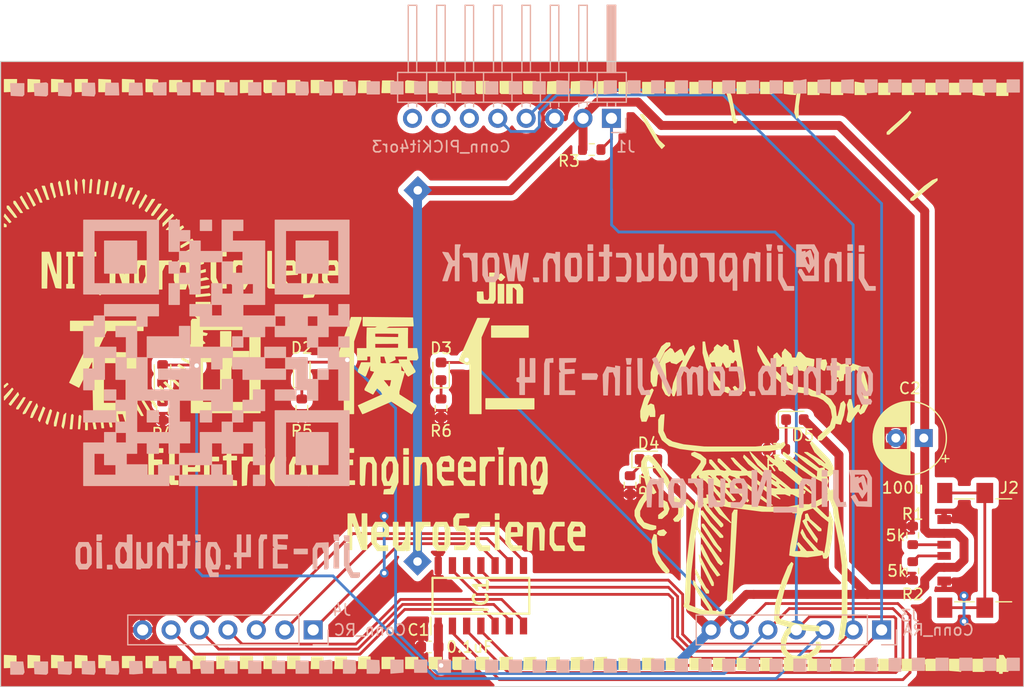
<source format=kicad_pcb>
(kicad_pcb (version 20221018) (generator pcbnew)
  (layers (0 "F.Cu" signal) (31 "B.Cu" signal) (34 "B.Paste" user) (35 "F.Paste" user) (36 "B.SilkS" user "B.Silkscreen") (37 "F.SilkS" user "F.Silkscreen") (38 "B.Mask" user) (39 "F.Mask" user) (44 "Edge.Cuts" user))
  (net 0 "")
  (net 1 "+5V")
  (net 2 "GND")
  (net 3 "/RA5")
  (net 4 "/RA4")
  (net 5 "/RA3")
  (net 6 "/RC5")
  (net 7 "/RC4")
  (net 8 "/RC3")
  (net 9 "/RC2")
  (net 10 "/RC1")
  (net 11 "/RC0")
  (net 12 "/RA2")
  (net 13 "/RA1")
  (net 14 "/RA0")
  (net 18 "Net-(J2-CC1)")
  (net 19 "Net-(J2-CC2)")
  (net 20 "unconnected-(J2-SHIELD-PadS1)")
  (net 21 "Net-(D1-K)")
  (net 22 "Net-(D2-K)")
  (net 23 "Net-(D3-K)")
  (net 24 "Net-(D4-K)")
  (net 25 "Net-(D5-K)")
  (footprint "LED_SMD:LED_0603_1608Metric" (layer "F.Cu") (at 140.97 103.886 90)
    (fp_text reference "D3" (at 2.0575 0 180) (layer "F.SilkS"))
    (fp_text value "BLUE")
    (pad "1" smd roundrect (at -0.7875 0 90) (size 0.875 0.95) (layers "F.Cu" "F.Paste" "F.Mask") (net 23 "Net-(D3-K)"))
    (pad "2" smd roundrect (at 0.7875 0 90) (size 0.875 0.95) (layers "F.Cu" "F.Paste" "F.Mask") (net 3 "/RA5"))
  )
  (footprint "LED_SMD:LED_0603_1608Metric" (layer "F.Cu") (at 116.078 104.1145 90)
    (fp_text reference "D1" (at 2.0575 0 180) (layer "F.SilkS"))
    (fp_text value "RED")
    (pad "1" smd roundrect (at -0.7875 0 90) (size 0.875 0.95) (layers "F.Cu" "F.Paste" "F.Mask") (net 21 "Net-(D1-K)"))
    (pad "2" smd roundrect (at 0.7875 0 90) (size 0.875 0.95) (layers "F.Cu" "F.Paste" "F.Mask") (net 12 "/RA2"))
  )
  (footprint "Package_SO:SOIC127P600X175-14N" (layer "F.Cu") (at 144.526 123.952 90)
    (fp_text reference "IC1" (at 0 0 90) (layer "F.SilkS") (effects (font (size 1.27 1.27) (thickness 0.254))))
    (fp_text value "PIC16F1823T-I_SL" hide)
    (pad "1" smd rect (at -2.7 -3.81 180) (size 0.65 1.5) (layers "F.Cu" "F.Paste" "F.Mask") (net 1 "+5V"))
    (pad "2" smd rect (at -2.7 -2.54 180) (size 0.65 1.5) (layers "F.Cu" "F.Paste" "F.Mask") (net 3 "/RA5"))
    (pad "3" smd rect (at -2.7 -1.27 180) (size 0.65 1.5) (layers "F.Cu" "F.Paste" "F.Mask") (net 4 "/RA4"))
    (pad "4" smd rect (at -2.7 0 180) (size 0.65 1.5) (layers "F.Cu" "F.Paste" "F.Mask") (net 5 "/RA3"))
    (pad "5" smd rect (at -2.7 1.27 180) (size 0.65 1.5) (layers "F.Cu" "F.Paste" "F.Mask") (net 6 "/RC5"))
    (pad "6" smd rect (at -2.7 2.54 180) (size 0.65 1.5) (layers "F.Cu" "F.Paste" "F.Mask") (net 7 "/RC4"))
    (pad "7" smd rect (at -2.7 3.81 180) (size 0.65 1.5) (layers "F.Cu" "F.Paste" "F.Mask") (net 8 "/RC3"))
    (pad "8" smd rect (at 2.7 3.81 180) (size 0.65 1.5) (layers "F.Cu" "F.Paste" "F.Mask") (net 9 "/RC2"))
    (pad "9" smd rect (at 2.7 2.54 180) (size 0.65 1.5) (layers "F.Cu" "F.Paste" "F.Mask") (net 10 "/RC1"))
    (pad "10" smd rect (at 2.7 1.27 180) (size 0.65 1.5) (layers "F.Cu" "F.Paste" "F.Mask") (net 11 "/RC0"))
    (pad "11" smd rect (at 2.7 0 180) (size 0.65 1.5) (layers "F.Cu" "F.Paste" "F.Mask") (net 12 "/RA2"))
    (pad "12" smd rect (at 2.7 -1.27 180) (size 0.65 1.5) (layers "F.Cu" "F.Paste" "F.Mask") (net 13 "/RA1"))
    (pad "13" smd rect (at 2.7 -2.54 180) (size 0.65 1.5) (layers "F.Cu" "F.Paste" "F.Mask") (net 14 "/RA0"))
    (pad "14" smd rect (at 2.7 -3.81 180) (size 0.65 1.5) (layers "F.Cu" "F.Paste" "F.Mask") (net 2 "GND"))
  )
  (footprint "Capacitor_THT:CP_Radial_D6.3mm_P2.50mm" (layer "F.Cu") (at 184.11 109.855 180)
    (fp_text reference "C2" (at 1.25 4.445) (layer "F.SilkS"))
    (fp_text value "100u" (at 1.865 -4.445) (layer "F.SilkS"))
    (pad "1" thru_hole rect (at 0 0 180) (size 1.6 1.6) (drill 0.8) (layers "*.Cu" "*.Mask") (net 1 "+5V"))
    (pad "2" thru_hole circle (at 2.5 0 180) (size 1.6 1.6) (drill 0.8) (layers "*.Cu" "*.Mask") (net 2 "GND"))
  )
  (footprint "Resistor_SMD:R_0603_1608Metric" (layer "F.Cu") (at 140.97 107.188 -90)
    (fp_text reference "R6" (at 2.032 0 -180) (layer "F.SilkS"))
    (fp_text value "1k")
    (pad "1" smd roundrect (at -0.825 0 270) (size 0.8 0.95) (layers "F.Cu" "F.Paste" "F.Mask") (net 23 "Net-(D3-K)"))
    (pad "2" smd roundrect (at 0.825 0 270) (size 0.8 0.95) (layers "F.Cu" "F.Paste" "F.Mask") (net 2 "GND"))
  )
  (footprint "LED_SMD:LED_0603_1608Metric" (layer "F.Cu") (at 159.512 111.76)
    (fp_text reference "D4" (at 0 -1.43) (layer "F.SilkS"))
    (fp_text value "GREEN")
    (pad "1" smd roundrect (at -0.7875 0) (size 0.875 0.95) (layers "F.Cu" "F.Paste" "F.Mask") (net 24 "Net-(D4-K)"))
    (pad "2" smd roundrect (at 0.7875 0) (size 0.875 0.95) (layers "F.Cu" "F.Paste" "F.Mask") (net 1 "+5V"))
  )
  (footprint "Resistor_SMD:R_0603_1608Metric" (layer "F.Cu") (at 157.861 114.046 -90)
    (fp_text reference "R7" (at 0 -1.43 90) (layer "F.SilkS"))
    (fp_text value "1k")
    (pad "1" smd roundrect (at -0.825 0 270) (size 0.8 0.95) (layers "F.Cu" "F.Paste" "F.Mask") (net 24 "Net-(D4-K)"))
    (pad "2" smd roundrect (at 0.825 0 270) (size 0.8 0.95) (layers "F.Cu" "F.Paste" "F.Mask") (net 2 "GND"))
  )
  (footprint "NameCard:Omote" (layer "F.Cu") (at 145.2 106)
    (fp_text reference "REF**" hide)
    (fp_text value "Omote" hide)
  )
  (footprint "Capacitor_SMD:C_0603_1608Metric" (layer "F.Cu") (at 139.954 128.524 180)
    (fp_text reference "C1" (at 1.016 1.524 180) (layer "F.SilkS"))
    (fp_text value "0.1uF" (at -3.556 0 180) (layer "F.SilkS"))
    (pad "1" smd roundrect (at -0.775 0 180) (size 0.9 0.95) (layers "F.Cu" "F.Paste" "F.Mask") (net 1 "+5V"))
    (pad "2" smd roundrect (at 0.775 0 180) (size 0.9 0.95) (layers "F.Cu" "F.Paste" "F.Mask") (net 2 "GND"))
  )
  (footprint "LED_SMD:LED_0603_1608Metric" (layer "F.Cu") (at 172.593 108.204)
    (fp_text reference "D5" (at 0.762 1.397) (layer "F.SilkS"))
    (fp_text value "RED")
    (pad "1" smd roundrect (at -0.7875 0) (size 0.875 0.95) (layers "F.Cu" "F.Paste" "F.Mask") (net 25 "Net-(D5-K)"))
    (pad "2" smd roundrect (at 0.7875 0) (size 0.875 0.95) (layers "F.Cu" "F.Paste" "F.Mask") (net 1 "+5V"))
  )
  (footprint "Resistor_SMD:R_0603_1608Metric" (layer "F.Cu") (at 183.1185 118.555 90)
    (fp_text reference "R1" (at 1.905 0) (layer "F.SilkS"))
    (fp_text value "5k" (at 0 -1.524) (layer "F.SilkS"))
    (pad "1" smd roundrect (at -0.825 0 90) (size 0.8 0.95) (layers "F.Cu" "F.Paste" "F.Mask") (net 19 "Net-(J2-CC2)"))
    (pad "2" smd roundrect (at 0.825 0 90) (size 0.8 0.95) (layers "F.Cu" "F.Paste" "F.Mask") (net 2 "GND"))
  )
  (footprint "Resistor_SMD:R_0603_1608Metric" (layer "F.Cu") (at 154.432 84.074)
    (fp_text reference "R3" (at -2.032 1.016) (layer "F.SilkS"))
    (fp_text value "5k")
    (pad "1" smd roundrect (at -0.825 0) (size 0.8 0.95) (layers "F.Cu" "F.Paste" "F.Mask") (net 1 "+5V"))
    (pad "2" smd roundrect (at 0.825 0) (size 0.8 0.95) (layers "F.Cu" "F.Paste" "F.Mask") (net 5 "/RA3"))
  )
  (footprint "Resistor_SMD:R_0603_1608Metric" (layer "F.Cu") (at 170.942 110.871 180)
    (fp_text reference "R8" (at 0 -1.43) (layer "F.SilkS"))
    (fp_text value "1k")
    (pad "1" smd roundrect (at -0.825 0 180) (size 0.8 0.95) (layers "F.Cu" "F.Paste" "F.Mask") (net 25 "Net-(D5-K)"))
    (pad "2" smd roundrect (at 0.825 0 180) (size 0.8 0.95) (layers "F.Cu" "F.Paste" "F.Mask") (net 2 "GND"))
  )
  (footprint "LED_SMD:LED_0603_1608Metric" (layer "F.Cu") (at 128.524 103.8605 90)
    (fp_text reference "D2" (at 2.0575 0 180) (layer "F.SilkS"))
    (fp_text value "GREEN")
    (pad "1" smd roundrect (at -0.7875 0 90) (size 0.875 0.95) (layers "F.Cu" "F.Paste" "F.Mask") (net 22 "Net-(D2-K)"))
    (pad "2" smd roundrect (at 0.7875 0 90) (size 0.875 0.95) (layers "F.Cu" "F.Paste" "F.Mask") (net 4 "/RA4"))
  )
  (footprint "Connector_USB:USB_C_Receptacle_GCT_USB4135-GF-A_6P_TopMnt_Horizontal" (layer "F.Cu") (at 188.9605 119.888 90)
    (fp_text reference "J2" (at 5.588 2.794 unlocked) (layer "F.SilkS"))
    (fp_text value "USB_C_Receptacle_PowerOnly_6P" hide)
    (pad "A5" smd rect (at -0.5 -3.0325 90) (size 0.7 1.2) (layers "F.Cu" "F.Paste" "F.Mask") (net 18 "Net-(J2-CC1)"))
    (pad "A9" smd rect (at 1.52 -3.0325 270) (size 0.76 1.2) (layers "F.Cu" "F.Paste" "F.Mask") (net 1 "+5V"))
    (pad "A12" smd rect (at 2.75 -3.0325 270) (size 0.8 1.2) (layers "F.Cu" "F.Paste" "F.Mask") (net 2 "GND"))
    (pad "B5" smd rect (at 0.5 -3.0325 270) (size 0.7 1.2) (layers "F.Cu" "F.Paste" "F.Mask") (net 19 "Net-(J2-CC2)"))
    (pad "B9" smd rect (at -1.52 -3.0325 90) (size 0.76 1.2) (layers "F.Cu" "F.Paste" "F.Mask") (net 1 "+5V"))
    (pad "B12" smd rect (at -2.75 -3.0325 90) (size 0.8 1.2) (layers "F.Cu" "F.Paste" "F.Mask") (net 2 "GND"))
    (pad "S1" smd rect (at -5.125 -2.9775 90) (size 1.8 1.35) (layers "F.Cu" "F.Paste" "F.Mask") (net 20 "unconnected-(J2-SHIELD-PadS1)"))
    (pad "S1" smd rect (at -5.125 0.6025 90) (size 1.8 1.5) (layers "F.Cu" "F.Paste" "F.Mask") (net 20 "unconnected-(J2-SHIELD-PadS1)"))
    (pad "S1" smd rect (at 5.125 -2.9775 90) (size 1.8 1.35) (layers "F.Cu" "F.Paste" "F.Mask") (net 20 "unconnected-(J2-SHIELD-PadS1)"))
    (pad "S1" smd rect (at 5.125 0.6025 90) (size 1.8 1.5) (layers "F.Cu" "F.Paste" "F.Mask") (net 20 "unconnected-(J2-SHIELD-PadS1)"))
  )
  (footprint "Resistor_SMD:R_0603_1608Metric" (layer "F.Cu") (at 116.078 107.442 -90)
    (fp_text reference "R4" (at 2.032 0 -180) (layer "F.SilkS"))
    (fp_text value "1k")
    (pad "1" smd roundrect (at -0.825 0 270) (size 0.8 0.95) (layers "F.Cu" "F.Paste" "F.Mask") (net 21 "Net-(D1-K)"))
    (pad "2" smd roundrect (at 0.825 0 270) (size 0.8 0.95) (layers "F.Cu" "F.Paste" "F.Mask") (net 2 "GND"))
  )
  (footprint "Resistor_SMD:R_0603_1608Metric" (layer "F.Cu") (at 183.1185 121.729 -90)
    (fp_text reference "R2" (at 2.095 0 -360) (layer "F.SilkS"))
    (fp_text value "5k" (at 0 1.397 -360) (layer "F.SilkS"))
    (pad "1" smd roundrect (at -0.825 0 270) (size 0.8 0.95) (layers "F.Cu" "F.Paste" "F.Mask") (net 18 "Net-(J2-CC1)"))
    (pad "2" smd roundrect (at 0.825 0 270) (size 0.8 0.95) (layers "F.Cu" "F.Paste" "F.Mask") (net 2 "GND"))
  )
  (footprint "Resistor_SMD:R_0603_1608Metric" (layer "F.Cu") (at 128.524 107.188 -90)
    (fp_text reference "R5" (at 2.032 0 -180) (layer "F.SilkS"))
    (fp_text value "1k")
    (pad "1" smd roundrect (at -0.825 0 270) (size 0.8 0.95) (layers "F.Cu" "F.Paste" "F.Mask") (net 22 "Net-(D2-K)"))
    (pad "2" smd roundrect (at 0.825 0 270) (size 0.8 0.95) (layers "F.Cu" "F.Paste" "F.Mask") (net 2 "GND"))
  )
  (footprint "Connector_PinHeader_2.54mm:PinHeader_1x08_P2.54mm_Horizontal" (layer "B.Cu") (at 156.195 81.28 90)
    (fp_text reference "J1" (at -2.54 1.285) (layer "B.SilkS") (effects (justify mirror)))
    (fp_text value "Conn_PICKit4or3" (at -2.54 -15.225) (layer "B.SilkS") (effects (justify mirror)))
    (pad "1" thru_hole rect (at 0 0 90) (size 1.7 1.7) (drill 1) (layers "*.Cu" "*.Mask") (net 5 "/RA3"))
    (pad "2" thru_hole oval (at 0 -2.54 90) (size 1.7 1.7) (drill 1) (layers "*.Cu" "*.Mask") (net 1 "+5V"))
    (pad "3" thru_hole oval (at 0 -5.08 90) (size 1.7 1.7) (drill 1) (layers "*.Cu" "*.Mask") (net 2 "GND"))
    (pad "4" thru_hole oval (at 0 -7.62 90) (size 1.7 1.7) (drill 1) (layers "*.Cu" "*.Mask") (net 14 "/RA0"))
    (pad "5" thru_hole oval (at 0 -10.16 90) (size 1.7 1.7) (drill 1) (layers "*.Cu" "*.Mask") (net 13 "/RA1"))
    (pad "6" thru_hole oval (at 0 -12.7 90) (size 1.7 1.7) (drill 1) (layers "*.Cu" "*.Mask"))
    (pad "7" thru_hole oval (at 0 -15.24 90) (size 1.7 1.7) (drill 1) (layers "*.Cu" "*.Mask"))
    (pad "8" thru_hole oval (at 0 -17.78 90) (size 1.7 1.7) (drill 1) (layers "*.Cu" "*.Mask"))
  )
  (footprint "NameCard:Ura" (layer "B.Cu") (at 138.213002 104.339107 180)
    (fp_text reference "REF**" hide)
    (fp_text value "URA" hide)
    (pad "1" thru_hole roundrect (at -0.675 16.625 180) (size 2.54 2.54) (drill 0.762) (layers "*.Cu" "*.Mask" "B.Paste") (roundrect_rratio 0) (chamfer_ratio 0.5) (chamfer top_left top_right bottom_left bottom_right) (net 1 "+5V"))
    (pad "1" thru_hole roundrect (at -0.65 -16.55 180) (size 2.54 2.54) (drill 0.762) (layers "*.Cu" "*.Mask" "B.Paste") (roundrect_rratio 0) (chamfer_ratio 0.5) (chamfer top_left top_right bottom_left bottom_right) (net 1 "+5V"))
  )
  (footprint "Connector_PinHeader_2.54mm:PinHeader_1x07_P2.54mm_Vertical" (layer "B.Cu") (at 180.34 127 90)
    (fp_text reference "J3" (at 1.27 2.54) (layer "B.SilkS") (effects (justify mirror)))
    (fp_text value "Conn_RA" (at 0 5.08) (layer "B.SilkS") (effects (justify mirror)))
    (pad "1" thru_hole rect (at 0 0 90) (size 1.7 1.7) (drill 1) (layers "*.Cu" "*.Mask") (net 14 "/RA0"))
    (pad "2" thru_hole oval (at 0 -2.54 90) (size 1.7 1.7) (drill 1) (layers "*.Cu" "*.Mask") (net 13 "/RA1"))
    (pad "3" thru_hole oval (at 0 -5.08 90) (size 1.7 1.7) (drill 1) (layers "*.Cu" "*.Mask") (net 12 "/RA2"))
    (pad "4" thru_hole oval (at 0 -7.62 90) (size 1.7 1.7) (drill 1) (layers "*.Cu" "*.Mask") (net 5 "/RA3"))
    (pad "5" thru_hole oval (at 0 -10.16 90) (size 1.7 1.7) (drill 1) (layers "*.Cu" "*.Mask") (net 4 "/RA4"))
    (pad "6" thru_hole oval (at 0 -12.7 90) (size 1.7 1.7) (drill 1) (layers "*.Cu" "*.Mask") (net 3 "/RA5"))
    (pad "7" thru_hole oval (at 0 -15.24 90) (size 1.7 1.7) (drill 1) (layers "*.Cu" "*.Mask") (net 1 "+5V"))
  )
  (footprint "Connector_PinHeader_2.54mm:PinHeader_1x07_P2.54mm_Vertical" (layer "B.Cu") (at 129.54 127 90)
    (fp_text reference "J4" (at 1.778 2.54) (layer "B.SilkS") (effects (justify mirror)))
    (fp_text value "Conn_RC" (at 0 5.08) (layer "B.SilkS") (effects (justify mirror)))
    (pad "1" thru_hole rect (at 0 0 90) (size 1.7 1.7) (drill 1) (layers "*.Cu" "*.Mask") (net 11 "/RC0"))
    (pad "2" thru_hole oval (at 0 -2.54 90) (size 1.7 1.7) (drill 1) (layers "*.Cu" "*.Mask") (net 10 "/RC1"))
    (pad "3" thru_hole oval (at 0 -5.08 90) (size 1.7 1.7) (drill 1) (layers "*.Cu" "*.Mask") (net 9 "/RC2"))
    (pad "4" thru_hole oval (at 0 -7.62 90) (size 1.7 1.7) (drill 1) (layers "*.Cu" "*.Mask") (net 8 "/RC3"))
    (pad "5" thru_hole oval (at 0 -10.16 90) (size 1.7 1.7) (drill 1) (layers "*.Cu" "*.Mask") (net 7 "/RC4"))
    (pad "6" thru_hole oval (at 0 -12.7 90) (size 1.7 1.7) (drill 1) (layers "*.Cu" "*.Mask") (net 6 "/RC5"))
    (pad "7" thru_hole oval (at 0 -15.24 90) (size 1.7 1.7) (drill 1) (layers "*.Cu" "*.Mask") (net 2 "GND"))
  )
  (gr_rect (start 101.6 76.2) (end 193.04 132.08) (stroke (width 0.1)) (fill none) (layer "Edge.Cuts"))
  (segment (start 184.1935 123.1465) (end 183.515 123.825) (width 0.8) (layer "F.Cu") (net 1))
  (segment (start 185.928 121.408) (end 187.058 121.408) (width 0.8) (layer "F.Cu") (net 1))
  (segment (start 160.655 81.915) (end 158.57 79.83) (width 0.8) (layer "F.Cu") (net 1))
  (segment (start 140.729 129.934) (end 140.97 130.175) (width 0.8) (layer "F.Cu") (net 1))
  (segment (start 165.1 127) (end 163.285 125.185) (width 0.8) (layer "F.Cu") (net 1))
  (segment (start 184.1935 118.0335) (end 184.1935 89.5785) (width 0.8) (layer "F.Cu") (net 1))
  (segment (start 185.297 121.408) (end 184.1935 122.5115) (width 0.8) (layer "F.Cu") (net 1))
  (segment (start 158.57 79.83) (end 154.94 79.83) (width 0.8) (layer "F.Cu") (net 1))
  (segment (start 153.655 81.28) (end 153.655 84.026) (width 0.8) (layer "F.Cu") (net 1))
  (segment (start 184.1935 89.5785) (end 176.53 81.915) (width 0.8) (layer "F.Cu") (net 1))
  (segment (start 187.706 119.016) (end 187.058 118.368) (width 0.8) (layer "F.Cu") (net 1))
  (segment (start 147.195893 87.739107) (end 153.655 81.28) (width 0.8) (layer "F.Cu") (net 1))
  (segment (start 153.655 81.115) (end 153.655 81.28) (width 0.8) (layer "F.Cu") (net 1))
  (segment (start 179.07 123.825) (end 168.91 123.825) (width 0.8) (layer "F.Cu") (net 1))
  (segment (start 160.2995 112.6745) (end 160.2995 111.76) (width 0.8) (layer "F.Cu") (net 1))
  (segment (start 140.729 126.665) (end 140.716 126.652) (width 0.8) (layer "F.Cu") (net 1))
  (segment (start 187.706 120.76) (end 187.706 119.016) (width 0.8) (layer "F.Cu") (net 1))
  (segment (start 176.53 81.915) (end 160.655 81.915) (width 0.8) (layer "F.Cu") (net 1))
  (segment (start 176.53 121.285) (end 179.07 123.825) (width 0.8) (layer "F.Cu") (net 1))
  (segment (start 183.515 123.825) (end 179.07 123.825) (width 0.8) (layer "F.Cu") (net 1))
  (segment (start 184.1935 122.5115) (end 184.1935 123.1465) (width 0.8) (layer "F.Cu") (net 1))
  (segment (start 140.729 128.524) (end 140.729 129.934) (width 0.8) (layer "F.Cu") (net 1))
  (segment (start 173.3805 108.204) (end 176.53 111.3535) (width 0.8) (layer "F.Cu") (net 1))
  (segment (start 187.058 121.408) (end 187.706 120.76) (width 0.8) (layer "F.Cu") (net 1))
  (segment (start 185.928 121.408) (end 185.297 121.408) (width 0.8) (layer "F.Cu") (net 1))
  (segment (start 168.275 123.825) (end 168.91 123.825) (width 0.8) (layer "F.Cu") (net 1))
  (segment (start 163.285 115.66) (end 160.2995 112.6745) (width 0.8) (layer "F.Cu") (net 1))
  (segment (start 154.94 79.83) (end 153.655 81.115) (width 0.8) (layer "F.Cu") (net 1))
  (segment (start 140.729 128.524) (end 140.729 126.665) (width 0.8) (layer "F.Cu") (net 1))
  (segment (start 163.285 125.185) (end 163.285 115.66) (width 0.8) (layer "F.Cu") (net 1))
  (segment (start 165.1 127) (end 168.275 123.825) (width 0.8) (layer "F.Cu") (net 1))
  (segment (start 138.863002 87.739107) (end 147.195893 87.739107) (width 0.8) (layer "F.Cu") (net 1))
  (segment (start 184.528 118.368) (end 184.1935 118.0335) (width 0.8) (layer "F.Cu") (net 1))
  (segment (start 153.655 84.026) (end 153.607 84.074) (width 0.8) (layer "F.Cu") (net 1))
  (segment (start 176.53 111.3535) (end 176.53 121.285) (width 0.8) (layer "F.Cu") (net 1))
  (segment (start 187.058 118.368) (end 185.928 118.368) (width 0.8) (layer "F.Cu") (net 1))
  (segment (start 185.928 118.368) (end 184.528 118.368) (width 0.8) (layer "F.Cu") (net 1))
  (via (at 140.97 130.175) (size 0.8) (drill 0.4) (layers "F.Cu" "B.Cu") (net 1))
  (segment (start 138.863002 120.889107) (end 138.863002 87.739107) (width 0.8) (layer "B.Cu") (net 1))
  (segment (start 165.1 127) (end 161.925 130.175) (width 0.8) (layer "B.Cu") (net 1))
  (segment (start 161.925 130.175) (end 140.97 130.175) (width 0.8) (layer "B.Cu") (net 1))
  (segment (start 138.863002 87.739107) (end 138.888002 87.714107) (width 0.8) (layer "B.Cu") (net 1))
  (via (at 187.706 123.952) (size 0.8) (drill 0.4) (layers "F.Cu" "B.Cu") (net 2))
  (via (at 135.89 121.92) (size 0.8) (drill 0.4) (layers "F.Cu" "B.Cu") (net 2))
  (via (at 135.89 116.84) (size 0.8) (drill 0.4) (layers "F.Cu" "B.Cu") (net 2))
  (via (at 187.706 126.238) (size 0.8) (drill 0.4) (layers "F.Cu" "B.Cu") (net 2))
  (segment (start 135.89 121.92) (end 135.89 116.84) (width 0.25) (layer "B.Cu") (net 2))
  (segment (start 187.706 123.952) (end 187.706 126.238) (width 0.25) (layer "B.Cu") (net 2))
  (segment (start 170.18 124.645) (end 181.795 124.645) (width 0.25) (layer "F.Cu") (net 3))
  (segment (start 181.795 124.645) (end 182.88 125.73) (width 0.25) (layer "F.Cu") (net 3))
  (segment (start 182.88 125.73) (end 182.88 130.81) (width 0.25) (layer "F.Cu") (net 3))
  (segment (start 182.245 131.445) (end 146.175 131.445) (width 0.25) (layer "F.Cu") (net 3))
  (segment (start 167.64 127) (end 169.995 124.645) (width 0.25) (layer "F.Cu") (net 3))
  (segment (start 143.0275 103.0985) (end 143.256 102.87) (width 0.25) (layer "F.Cu") (net 3))
  (segment (start 141.986 127.256) (end 141.986 126.652) (width 0.25) (layer "F.Cu") (net 3))
  (segment (start 182.88 130.81) (end 182.245 131.445) (width 0.25) (layer "F.Cu") (net 3))
  (segment (start 169.995 124.645) (end 170.18 124.645) (width 0.25) (layer "F.Cu") (net 3))
  (segment (start 146.175 131.445) (end 141.986 127.256) (width 0.25) (layer "F.Cu") (net 3))
  (segment (start 140.97 103.0985) (end 143.0275 103.0985) (width 0.25) (layer "F.Cu") (net 3))
  (via (at 143.256 102.87) (size 0.8) (drill 0.4) (layers "F.Cu" "B.Cu") (net 3))
  (segment (start 143.51 102.87) (end 143.256 102.87) (width 0.25) (layer "B.Cu") (net 3))
  (segment (start 167.64 127) (end 143.51 102.87) (width 0.25) (layer "B.Cu") (net 3))
  (segment (start 181.357396 125.095) (end 182.245 125.982604) (width 0.25) (layer "F.Cu") (net 4))
  (segment (start 170.18 127) (end 172.085 125.095) (width 0.25) (layer "F.Cu") (net 4))
  (segment (start 132.385 103.073) (end 132.588 102.87) (width 0.25) (layer "F.Cu") (net 4))
  (segment (start 128.524 103.073) (end 132.385 103.073) (width 0.25) (layer "F.Cu") (net 4))
  (segment (start 182.245 125.982604) (end 182.245 130.175) (width 0.25) (layer "F.Cu") (net 4))
  (segment (start 143.256 127.077) (end 143.256 126.652) (width 0.25) (layer "F.Cu") (net 4))
  (segment (start 182.245 130.175) (end 181.61 130.81) (width 0.25) (layer "F.Cu") (net 4))
  (segment (start 181.61 130.81) (end 146.989 130.81) (width 0.25) (layer "F.Cu") (net 4))
  (segment (start 172.085 125.095) (end 181.357396 125.095) (width 0.25) (layer "F.Cu") (net 4))
  (segment (start 146.989 130.81) (end 143.256 127.077) (width 0.25) (layer "F.Cu") (net 4))
  (via (at 132.588 102.87) (size 0.8) (drill 0.4) (layers "F.Cu" "B.Cu") (net 4))
  (segment (start 136.906 127.136305) (end 136.906 121.412) (width 0.25) (layer "B.Cu") (net 4))
  (segment (start 140.669695 130.9) (end 136.906 127.136305) (width 0.25) (layer "B.Cu") (net 4))
  (segment (start 132.588 102.87) (end 136.906 107.188) (width 0.25) (layer "B.Cu") (net 4))
  (segment (start 136.906 107.188) (end 136.906 121.412) (width 0.25) (layer "B.Cu") (net 4))
  (segment (start 170.18 127) (end 166.28 130.9) (width 0.25) (layer "B.Cu") (net 4))
  (segment (start 166.28 130.9) (end 140.669695 130.9) (width 0.25) (layer "B.Cu") (net 4))
  (segment (start 172.72 127) (end 173.895 125.825) (width 0.25) (layer "F.Cu") (net 5))
  (segment (start 173.895 125.825) (end 181.451 125.825) (width 0.25) (layer "F.Cu") (net 5))
  (segment (start 155.257 84.074) (end 156.195 83.136) (width 0.25) (layer "F.Cu") (net 5))
  (segment (start 180.975 130.175) (end 147.624 130.175) (width 0.25) (layer "F.Cu") (net 5))
  (segment (start 147.624 130.175) (end 144.526 127.077) (width 0.25) (layer "F.Cu") (net 5))
  (segment (start 181.451 125.825) (end 181.61 125.984) (width 0.25) (layer "F.Cu") (net 5))
  (segment (start 144.526 127.077) (end 144.526 126.652) (width 0.25) (layer "F.Cu") (net 5))
  (segment (start 181.61 125.984) (end 181.61 129.54) (width 0.25) (layer "F.Cu") (net 5))
  (segment (start 181.61 129.54) (end 180.975 130.175) (width 0.25) (layer "F.Cu") (net 5))
  (segment (start 156.195 83.136) (end 156.195 81.28) (width 0.25) (layer "F.Cu") (net 5))
  (segment (start 172.72 127) (end 172.72 93.345) (width 0.25) (layer "B.Cu") (net 5))
  (segment (start 156.195 87.615) (end 156.195 81.28) (width 0.25) (layer "B.Cu") (net 5))
  (segment (start 156.21 87.63) (end 156.195 87.615) (width 0.25) (layer "B.Cu") (net 5))
  (segment (start 156.21 90.805) (end 156.21 87.63) (width 0.25) (layer "B.Cu") (net 5))
  (segment (start 170.815 91.44) (end 156.845 91.44) (width 0.25) (layer "B.Cu") (net 5))
  (segment (start 156.845 91.44) (end 156.21 90.805) (width 0.25) (layer "B.Cu") (net 5))
  (segment (start 172.72 93.345) (end 170.815 91.44) (width 0.25) (layer "B.Cu") (net 5))
  (segment (start 116.84 127) (end 119.01 129.17) (width 0.25) (layer "F.Cu") (net 6))
  (segment (start 133.722792 129.17) (end 137.717792 125.175) (width 0.25) (layer "F.Cu") (net 6))
  (segment (start 119.01 129.17) (end 119.38 129.17) (width 0.25) (layer "F.Cu") (net 6))
  (segment (start 137.717792 125.175) (end 144.744 125.175) (width 0.25) (layer "F.Cu") (net 6))
  (segment (start 145.796 126.227) (end 145.796 126.652) (width 0.25) (layer "F.Cu") (net 6))
  (segment (start 119.38 129.17) (end 133.722792 129.17) (width 0.25) (layer "F.Cu") (net 6))
  (segment (start 144.744 125.175) (end 145.796 126.227) (width 0.25) (layer "F.Cu") (net 6))
  (segment (start 145.68 124.725) (end 147.066 126.111) (width 0.25) (layer "F.Cu") (net 7))
  (segment (start 121.1 128.72) (end 121.92 128.72) (width 0.25) (layer "F.Cu") (net 7))
  (segment (start 137.531396 124.725) (end 145.68 124.725) (width 0.25) (layer "F.Cu") (net 7))
  (segment (start 121.92 128.72) (end 133.536396 128.72) (width 0.25) (layer "F.Cu") (net 7))
  (segment (start 119.38 127) (end 121.1 128.72) (width 0.25) (layer "F.Cu") (net 7))
  (segment (start 133.536396 128.72) (end 137.531396 124.725) (width 0.25) (layer "F.Cu") (net 7))
  (segment (start 147.066 126.111) (end 147.066 126.652) (width 0.25) (layer "F.Cu") (net 7))
  (segment (start 146.384 124.275) (end 148.336 126.227) (width 0.25) (layer "F.Cu") (net 8))
  (segment (start 123.19 128.27) (end 133.35 128.27) (width 0.25) (layer "F.Cu") (net 8))
  (segment (start 121.92 127) (end 123.19 128.27) (width 0.25) (layer "F.Cu") (net 8))
  (segment (start 133.35 128.27) (end 137.345 124.275) (width 0.25) (layer "F.Cu") (net 8))
  (segment (start 137.345 124.275) (end 146.384 124.275) (width 0.25) (layer "F.Cu") (net 8))
  (segment (start 148.336 126.227) (end 148.336 126.652) (width 0.25) (layer "F.Cu") (net 8))
  (segment (start 148.336 121.252) (end 148.336 120.827) (width 0.25) (layer "F.Cu") (net 9))
  (segment (start 145.903107 118.394107) (end 133.35 118.394107) (width 0.25) (layer "F.Cu") (net 9))
  (segment (start 133.065893 118.394107) (end 133.35 118.394107) (width 0.25) (layer "F.Cu") (net 9))
  (segment (start 148.336 120.827) (end 145.903107 118.394107) (width 0.25) (layer "F.Cu") (net 9))
  (segment (start 124.46 127) (end 133.065893 118.394107) (width 0.25) (layer "F.Cu") (net 9))
  (segment (start 147.066 120.827) (end 147.066 121.252) (width 0.25) (layer "F.Cu") (net 10))
  (segment (start 135.155893 118.844107) (end 135.89 118.844107) (width 0.25) (layer "F.Cu") (net 10))
  (segment (start 145.083107 118.844107) (end 147.066 120.827) (width 0.25) (layer "F.Cu") (net 10))
  (segment (start 135.89 118.844107) (end 145.083107 118.844107) (width 0.25) (layer "F.Cu") (net 10))
  (segment (start 127 127) (end 135.155893 118.844107) (width 0.25) (layer "F.Cu") (net 10))
  (segment (start 145.796 120.827) (end 144.263107 119.294107) (width 0.25) (layer "F.Cu") (net 11))
  (segment (start 137.245893 119.294107) (end 138.43 119.294107) (width 0.25) (layer "F.Cu") (net 11))
  (segment (start 129.54 127) (end 137.245893 119.294107) (width 0.25) (layer "F.Cu") (net 11))
  (segment (start 144.263107 119.294107) (end 138.43 119.294107) (width 0.25) (layer "F.Cu") (net 11))
  (segment (start 145.796 121.252) (end 145.796 120.827) (width 0.25) (layer "F.Cu") (net 11))
  (segment (start 163.438299 128.27) (end 173.99 128.27) (width 0.25) (layer "F.Cu") (net 12))
  (segment (start 162.56 127.391701) (end 163.438299 128.27) (width 0.25) (layer "F.Cu") (net 12))
  (segment (start 119.075 103.327) (end 116.078 103.327) (width 0.25) (layer "F.Cu") (net 12))
  (segment (start 161.291396 122.555) (end 162.56 123.823604) (width 0.25) (layer "F.Cu") (net 12))
  (segment (start 162.56 123.823604) (end 162.56 127.391701) (width 0.25) (layer "F.Cu") (net 12))
  (segment (start 144.526 121.252) (end 144.526 121.666) (width 0.25) (layer "F.Cu") (net 12))
  (segment (start 145.415 122.555) (end 161.291396 122.555) (width 0.25) (layer "F.Cu") (net 12))
  (segment (start 173.99 128.27) (end 175.26 127) (width 0.25) (layer "F.Cu") (net 12))
  (segment (start 119.126 103.378) (end 119.075 103.327) (width 0.25) (layer "F.Cu") (net 12))
  (segment (start 144.526 121.666) (end 145.415 122.555) (width 0.25) (layer "F.Cu") (net 12))
  (via (at 119.126 103.378) (size 0.8) (drill 0.4) (layers "F.Cu" "B.Cu") (net 12))
  (segment (start 131.307299 122.174) (end 140.483299 131.35) (width 0.25) (layer "B.Cu") (net 12))
  (segment (start 119.126 121.666) (end 119.634 122.174) (width 0.25) (layer "B.Cu") (net 12))
  (segment (start 119.126 103.378) (end 119.126 121.666) (width 0.25) (layer "B.Cu") (net 12))
  (segment (start 175.26 127) (end 170.91 131.35) (width 0.25) (layer "B.Cu") (net 12))
  (segment (start 170.91 131.35) (end 141.732 131.35) (width 0.25) (layer "B.Cu") (net 12))
  (segment (start 140.483299 131.35) (end 141.732 131.35) (width 0.25) (layer "B.Cu") (net 12))
  (segment (start 119.634 122.174) (end 131.307299 122.174) (width 0.25) (layer "B.Cu") (net 12))
  (segment (start 162.11 127.578097) (end 162.11 124.01) (width 0.25) (layer "F.Cu") (net 13))
  (segment (start 177.8 127) (end 175.895 128.905) (width 0.25) (layer "F.Cu") (net 13))
  (segment (start 175.895 128.905) (end 163.436903 128.905) (width 0.25) (layer "F.Cu") (net 13))
  (segment (start 161.29 123.19) (end 144.78 123.19) (width 0.25) (layer "F.Cu") (net 13))
  (segment (start 143.256 121.666) (end 143.256 121.252) (width 0.25) (layer "F.Cu") (net 13))
  (segment (start 163.436903 128.905) (end 162.11 127.578097) (width 0.25) (layer "F.Cu") (net 13))
  (segment (start 162.11 124.01) (end 161.29 123.19) (width 0.25) (layer "F.Cu") (net 13))
  (segment (start 144.78 123.19) (end 143.256 121.666) (width 0.25) (layer "F.Cu") (net 13))
  (segment (start 177.8 90.805) (end 166.185 79.19) (width 0.25) (layer "B.Cu") (net 13))
  (segment (start 149.32 82.455) (end 147.21 82.455) (width 0.25) (layer "B.Cu") (net 13))
  (segment (start 149.75 82.025) (end 149.32 82.455) (width 0.25) (layer "B.Cu") (net 13))
  (segment (start 151.315 79.19) (end 149.75 80.755) (width 0.25) (layer "B.Cu") (net 13))
  (segment (start 166.185 79.19) (end 151.315 79.19) (width 0.25) (layer "B.Cu") (net 13))
  (segment (start 149.75 80.755) (end 149.75 82.025) (width 0.25) (layer "B.Cu") (net 13))
  (segment (start 177.8 127) (end 177.8 90.805) (width 0.25) (layer "B.Cu") (net 13))
  (segment (start 147.21 82.455) (end 146.035 81.28) (width 0.25) (layer "B.Cu") (net 13))
  (segment (start 177.8 129.54) (end 180.34 127) (width 0.25) (layer "F.Cu") (net 14))
  (segment (start 141.986 121.677) (end 143.499 123.19) (width 0.25) (layer "F.Cu") (net 14))
  (segment (start 144.145 123.825) (end 161.288604 123.825) (width 0.25) (layer "F.Cu") (net 14))
  (segment (start 161.66 124.196396) (end 161.66 127.764493) (width 0.25) (layer "F.Cu") (net 14))
  (segment (start 163.435507 129.54) (end 177.8 129.54) (width 0.25) (layer "F.Cu") (net 14))
  (segment (start 143.51 123.19) (end 144.145 123.825) (width 0.25) (layer "F.Cu") (net 14))
  (segment (start 143.499 123.19) (end 143.51 123.19) (width 0.25) (layer "F.Cu") (net 14))
  (segment (start 141.986 121.252) (end 141.986 121.677) (width 0.25) (layer "F.Cu") (net 14))
  (segment (start 161.288604 123.825) (end 161.66 124.196396) (width 0.25) (layer "F.Cu") (net 14))
  (segment (start 161.66 127.764493) (end 163.435507 129.54) (width 0.25) (layer "F.Cu") (net 14))
  (segment (start 180.34 127) (end 180.34 88.9) (width 0.25) (layer "B.Cu") (net 14))
  (segment (start 170.18 78.74) (end 151.115 78.74) (width 0.25) (layer "B.Cu") (net 14))
  (segment (start 151.115 78.74) (end 148.575 81.28) (width 0.25) (layer "B.Cu") (net 14))
  (segment (start 180.34 88.9) (end 170.18 78.74) (width 0.25) (layer "B.Cu") (net 14))
  (segment (start 185.928 120.388) (end 183.6345 120.388) (width 0.25) (layer "F.Cu") (net 18))
  (segment (start 183.6345 120.388) (end 183.1185 120.904) (width 0.25) (layer "F.Cu") (net 18))
  (segment (start 183.1185 119.38) (end 183.1265 119.388) (width 0.25) (layer "F.Cu") (net 19))
  (segment (start 183.1265 119.388) (end 185.928 119.388) (width 0.25) (layer "F.Cu") (net 19))
  (segment (start 185.983 114.763) (end 189.563 114.763) (width 0.25) (layer "F.Cu") (net 20))
  (segment (start 185.983 125.013) (end 189.563 125.013) (width 0.25) (layer "F.Cu") (net 20))
  (segment (start 189.563 114.763) (end 189.563 125.013) (width 0.25) (layer "F.Cu") (net 20))
  (segment (start 116.078 104.902) (end 116.078 106.617) (width 0.25) (layer "F.Cu") (net 21))
  (segment (start 128.524 104.648) (end 128.524 106.363) (width 0.25) (layer "F.Cu") (net 22))
  (segment (start 140.97 104.6735) (end 140.97 106.363) (width 0.25) (layer "F.Cu") (net 23))
  (segment (start 158.7245 111.76) (end 158.7245 112.3575) (width 0.25) (layer "F.Cu") (net 24))
  (segment (start 158.7245 112.3575) (end 157.861 113.221) (width 0.25) (layer "F.Cu") (net 24))
  (segment (start 171.8055 110.8325) (end 171.767 110.871) (width 0.25) (layer "F.Cu") (net 25))
  (segment (start 171.8055 108.204) (end 171.8055 110.8325) (width 0.25) (layer "F.Cu") (net 25))
  (zone (net 2) (net_name "GND") (layer "F.Cu") (connect_pads (clearance 0.5)) (min_thickness 0.25) (fill yes (thermal_gap 0.1) (thermal_bridge_width 0.5))
    (polygon (pts (xy 101.6 76.2) (xy 193.04 76.2) (xy 193.04 132.08) (xy 101.6 132.08)))
  )
)
</source>
